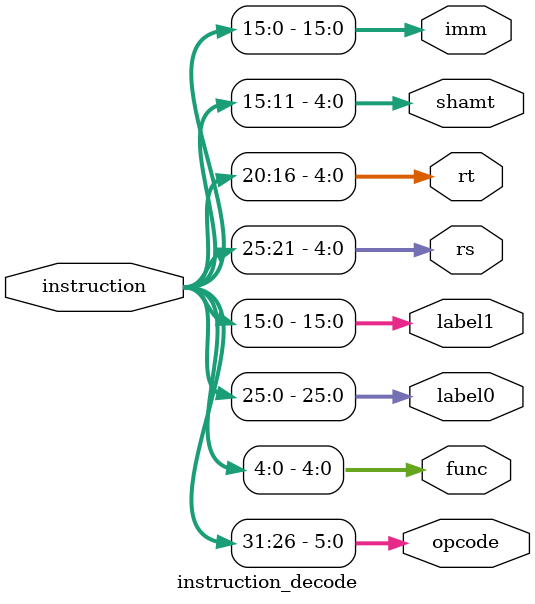
<source format=v>
/*
   Assignment No. - 7
   KGP-RISC
   Semester - 5 (Autumn 2021-22)
   Group No. - 30
   Group Members - Ashutosh Kumar Singh (19CS30008) & Vanshita Garg (19CS10064)
*/
`timescale 1ns / 1ps

// The module to slice the 32-bit instructuion into separate fields to decode the instruction
module instruction_decode (
    input [31:0] instruction,
    output [5:0] opcode,
    output [4:0] func,
    output [25:0] label0,
    output [15:0] label1,
    output [4:0] rs,
    output [4:0] rt,
    output [4:0] shamt,
    output [15:0] imm
);

    assign opcode = instruction[31:26];     // Opcode
    assign func = instruction[4:0];         // Function code
    assign label0 = instruction[25:0];      // Jump address for 26-bit addresses
    assign label1 = instruction[15:0];      // Jump address for 16-bit addresses
    assign rs = instruction[25:21];         // Register rs
    assign rt = instruction[20:16];         // Register rt
    assign shamt = instruction[15:11];      // Shift amount
    assign imm = instruction[15:0];         // Immediate value
    
endmodule
</source>
